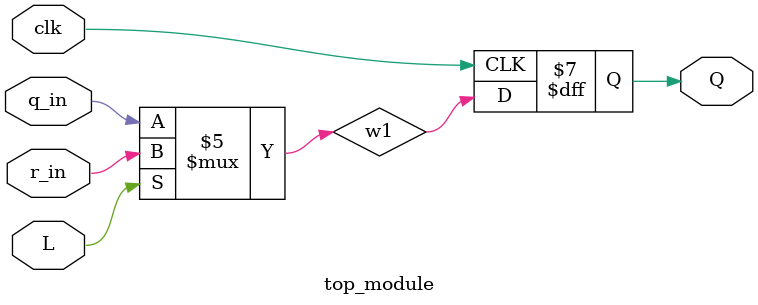
<source format=v>
/*Taken from ECE253 2015 midterm question 5

Consider the sequential circuit below:
Assume that you want to implement hierarchical Verilog 
code for this circuit, using three instantiations of a submodule that has a flip-flop and multiplexer in it. Write a Verilog module (containing one
 flip-flop and multiplexer) named top_module for this submodule.*/
 module top_module (
	input clk,
	input L,
	input r_in,
	input q_in,
	output reg Q);
    wire w1;
    always@(*)
        begin
            if(L==0)
                w1=q_in;
            else
                w1=r_in;
        end
    always@(posedge clk)
        begin
            Q<=w1;
        end

endmodule
</source>
